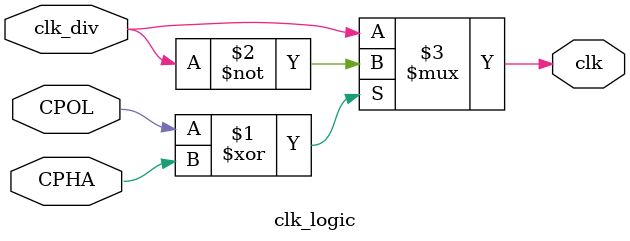
<source format=v>
module clk_logic (
    output  wire    clk,

    input   wire    CPOL,
    input   wire    CPHA,
    input   wire    clk_div
);
    
    assign clk = (CPOL ^ CPHA)? ~clk_div : clk_div;

endmodule
</source>
